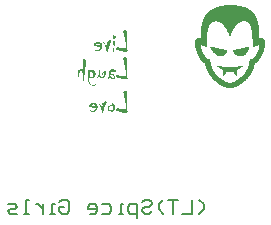
<source format=gbr>
G04*
G04 #@! TF.GenerationSoftware,Altium Limited,Altium Designer,25.8.1 (18)*
G04*
G04 Layer_Color=32896*
%FSLAX42Y42*%
%MOMM*%
G71*
G04*
G04 #@! TF.SameCoordinates,2F32B27C-ED81-4B25-BD7C-17359FCC7723*
G04*
G04*
G04 #@! TF.FilePolarity,Positive*
G04*
G01*
G75*
%ADD10C,0.20*%
G36*
X7326Y11502D02*
X7355D01*
Y11501D01*
X7371D01*
Y11499D01*
X7382D01*
Y11498D01*
X7397D01*
Y11496D01*
X7403D01*
Y11495D01*
X7408D01*
Y11494D01*
X7414D01*
Y11492D01*
X7419D01*
Y11491D01*
X7425D01*
Y11490D01*
X7429D01*
Y11488D01*
X7435D01*
Y11487D01*
X7439D01*
Y11485D01*
X7443D01*
Y11484D01*
X7447D01*
Y11483D01*
X7450D01*
Y11481D01*
X7453D01*
Y11480D01*
X7455D01*
Y11478D01*
X7458D01*
Y11477D01*
X7461D01*
Y11476D01*
X7465D01*
Y11474D01*
X7468D01*
Y11473D01*
X7469D01*
Y11471D01*
X7472D01*
Y11470D01*
X7475D01*
Y11469D01*
X7478D01*
Y11467D01*
X7479D01*
Y11466D01*
X7482D01*
Y11465D01*
X7483D01*
Y11463D01*
X7486D01*
Y11462D01*
X7487D01*
Y11460D01*
X7489D01*
Y11459D01*
X7490D01*
Y11458D01*
X7493D01*
Y11456D01*
X7494D01*
Y11455D01*
X7496D01*
Y11453D01*
X7497D01*
Y11452D01*
X7500D01*
Y11451D01*
X7501D01*
Y11449D01*
X7503D01*
Y11448D01*
X7504D01*
Y11446D01*
X7506D01*
Y11445D01*
X7507D01*
Y11444D01*
X7508D01*
Y11442D01*
X7510D01*
Y11441D01*
X7511D01*
Y11440D01*
X7512D01*
Y11437D01*
X7514D01*
Y11435D01*
X7515D01*
Y11434D01*
X7517D01*
Y11433D01*
X7518D01*
Y11430D01*
X7519D01*
Y11428D01*
X7521D01*
Y11427D01*
X7522D01*
Y11424D01*
X7524D01*
Y11421D01*
X7525D01*
Y11420D01*
X7526D01*
Y11419D01*
X7528D01*
Y11416D01*
X7529D01*
Y11415D01*
X7531D01*
Y11412D01*
X7532D01*
Y11409D01*
X7533D01*
Y11406D01*
X7535D01*
Y11403D01*
X7536D01*
Y11401D01*
X7537D01*
Y11398D01*
X7539D01*
Y11395D01*
X7540D01*
Y11392D01*
X7542D01*
Y11388D01*
X7543D01*
Y11385D01*
X7544D01*
Y11380D01*
X7546D01*
Y11376D01*
X7547D01*
Y11371D01*
X7549D01*
Y11367D01*
X7550D01*
Y11363D01*
X7551D01*
Y11358D01*
X7553D01*
Y11353D01*
X7554D01*
Y11346D01*
X7556D01*
Y11334D01*
X7557D01*
Y11326D01*
X7558D01*
Y11313D01*
X7560D01*
Y11301D01*
X7561D01*
Y11267D01*
X7562D01*
Y11263D01*
X7561D01*
Y11241D01*
X7560D01*
Y11233D01*
X7558D01*
Y11226D01*
X7561D01*
Y11227D01*
X7565D01*
Y11228D01*
X7585D01*
Y11227D01*
X7587D01*
Y11226D01*
X7590D01*
Y11224D01*
X7593D01*
Y11223D01*
X7596D01*
Y11221D01*
X7597D01*
Y11220D01*
X7599D01*
Y11217D01*
X7600D01*
Y11216D01*
X7601D01*
Y11214D01*
X7603D01*
Y11213D01*
X7604D01*
Y11212D01*
X7606D01*
Y11209D01*
X7607D01*
Y11206D01*
X7608D01*
Y11202D01*
X7610D01*
Y11194D01*
X7611D01*
Y11160D01*
X7610D01*
Y11146D01*
X7608D01*
Y11138D01*
X7607D01*
Y11133D01*
X7606D01*
Y11127D01*
X7604D01*
Y11121D01*
X7603D01*
Y11117D01*
X7601D01*
Y11113D01*
X7600D01*
Y11109D01*
X7599D01*
Y11102D01*
X7597D01*
Y11098D01*
X7596D01*
Y11095D01*
X7594D01*
Y11092D01*
X7593D01*
Y11089D01*
X7592D01*
Y11087D01*
X7590D01*
Y11084D01*
X7589D01*
Y11081D01*
X7587D01*
Y11077D01*
X7586D01*
Y11074D01*
X7585D01*
Y11071D01*
X7583D01*
Y11070D01*
X7582D01*
Y11067D01*
X7581D01*
Y11064D01*
X7579D01*
Y11063D01*
X7578D01*
Y11060D01*
X7576D01*
Y11058D01*
X7575D01*
Y11055D01*
X7574D01*
Y11053D01*
X7572D01*
Y11052D01*
X7571D01*
Y11049D01*
X7569D01*
Y11048D01*
X7568D01*
Y11045D01*
X7567D01*
Y11044D01*
X7565D01*
Y11041D01*
X7564D01*
Y11039D01*
X7562D01*
Y11038D01*
X7561D01*
Y11037D01*
X7560D01*
Y11035D01*
X7558D01*
Y11034D01*
X7557D01*
Y11031D01*
X7556D01*
Y11030D01*
X7554D01*
Y11028D01*
X7553D01*
Y11027D01*
X7551D01*
Y11026D01*
X7550D01*
Y11024D01*
X7549D01*
Y11023D01*
X7547D01*
Y11021D01*
X7546D01*
Y11020D01*
X7544D01*
Y11019D01*
X7542D01*
Y11017D01*
X7540D01*
Y11016D01*
X7537D01*
Y11014D01*
X7536D01*
Y11013D01*
X7535D01*
Y11012D01*
X7532D01*
Y11010D01*
X7531D01*
Y11009D01*
X7528D01*
Y11008D01*
X7525D01*
Y11003D01*
X7524D01*
Y10994D01*
X7522D01*
Y10987D01*
X7521D01*
Y10983D01*
X7519D01*
Y10977D01*
X7518D01*
Y10973D01*
X7517D01*
Y10970D01*
X7515D01*
Y10966D01*
X7514D01*
Y10963D01*
X7512D01*
Y10958D01*
X7511D01*
Y10953D01*
X7510D01*
Y10951D01*
X7508D01*
Y10948D01*
X7507D01*
Y10946D01*
X7506D01*
Y10944D01*
X7504D01*
Y10941D01*
X7503D01*
Y10938D01*
X7501D01*
Y10934D01*
X7500D01*
Y10931D01*
X7499D01*
Y10928D01*
X7497D01*
Y10927D01*
X7496D01*
Y10926D01*
X7494D01*
Y10923D01*
X7493D01*
Y10920D01*
X7492D01*
Y10919D01*
X7490D01*
Y10914D01*
X7489D01*
Y10913D01*
X7487D01*
Y10912D01*
X7486D01*
Y10909D01*
X7485D01*
Y10908D01*
X7483D01*
Y10906D01*
X7482D01*
Y10903D01*
X7480D01*
Y10902D01*
X7479D01*
Y10899D01*
X7478D01*
Y10898D01*
X7476D01*
Y10896D01*
X7475D01*
Y10895D01*
X7474D01*
Y10892D01*
X7472D01*
Y10891D01*
X7471D01*
Y10889D01*
X7469D01*
Y10888D01*
X7468D01*
Y10887D01*
X7467D01*
Y10884D01*
X7465D01*
Y10883D01*
X7464D01*
Y10881D01*
X7462D01*
Y10880D01*
X7461D01*
Y10878D01*
X7460D01*
Y10877D01*
X7458D01*
Y10876D01*
X7457D01*
Y10874D01*
X7455D01*
Y10873D01*
X7454D01*
Y10871D01*
X7453D01*
Y10870D01*
X7451D01*
Y10869D01*
X7450D01*
Y10867D01*
X7449D01*
Y10866D01*
X7447D01*
Y10864D01*
X7446D01*
Y10863D01*
X7444D01*
Y10862D01*
X7443D01*
Y10860D01*
X7442D01*
Y10859D01*
X7439D01*
Y10858D01*
X7437D01*
Y10856D01*
X7436D01*
Y10855D01*
X7435D01*
Y10853D01*
X7433D01*
Y10852D01*
X7432D01*
Y10851D01*
X7429D01*
Y10849D01*
X7428D01*
Y10848D01*
X7426D01*
Y10846D01*
X7425D01*
Y10845D01*
X7422D01*
Y10844D01*
X7421D01*
Y10842D01*
X7418D01*
Y10841D01*
X7417D01*
Y10839D01*
X7415D01*
Y10838D01*
X7412D01*
Y10837D01*
X7411D01*
Y10835D01*
X7408D01*
Y10834D01*
X7407D01*
Y10833D01*
X7404D01*
Y10831D01*
X7403D01*
Y10830D01*
X7400D01*
Y10828D01*
X7399D01*
Y10827D01*
X7396D01*
Y10826D01*
X7394D01*
Y10824D01*
X7390D01*
Y10823D01*
X7389D01*
Y10821D01*
X7386D01*
Y10820D01*
X7383D01*
Y10819D01*
X7380D01*
Y10817D01*
X7379D01*
Y10816D01*
X7376D01*
Y10814D01*
X7372D01*
Y10813D01*
X7368D01*
Y10812D01*
X7365D01*
Y10810D01*
X7362D01*
Y10809D01*
X7360D01*
Y10808D01*
X7355D01*
Y10806D01*
X7351D01*
Y10805D01*
X7347D01*
Y10803D01*
X7339D01*
Y10802D01*
X7333D01*
Y10801D01*
X7324D01*
Y10799D01*
X7307D01*
Y10801D01*
X7297D01*
Y10802D01*
X7292D01*
Y10803D01*
X7283D01*
Y10805D01*
X7279D01*
Y10806D01*
X7275D01*
Y10808D01*
X7271D01*
Y10809D01*
X7268D01*
Y10810D01*
X7265D01*
Y10812D01*
X7262D01*
Y10813D01*
X7258D01*
Y10814D01*
X7254D01*
Y10816D01*
X7251D01*
Y10817D01*
X7250D01*
Y10819D01*
X7247D01*
Y10820D01*
X7244D01*
Y10821D01*
X7242D01*
Y10823D01*
X7240D01*
Y10824D01*
X7236D01*
Y10826D01*
X7235D01*
Y10827D01*
X7232D01*
Y10828D01*
X7230D01*
Y10830D01*
X7228D01*
Y10831D01*
X7226D01*
Y10833D01*
X7224D01*
Y10834D01*
X7222D01*
Y10835D01*
X7219D01*
Y10837D01*
X7218D01*
Y10838D01*
X7215D01*
Y10839D01*
X7214D01*
Y10841D01*
X7212D01*
Y10842D01*
X7210D01*
Y10844D01*
X7208D01*
Y10845D01*
X7205D01*
Y10846D01*
X7204D01*
Y10848D01*
X7203D01*
Y10849D01*
X7201D01*
Y10851D01*
X7199D01*
Y10852D01*
X7197D01*
Y10853D01*
X7196D01*
Y10855D01*
X7194D01*
Y10856D01*
X7193D01*
Y10858D01*
X7192D01*
Y10859D01*
X7189D01*
Y10860D01*
X7187D01*
Y10862D01*
X7186D01*
Y10863D01*
X7185D01*
Y10864D01*
X7183D01*
Y10866D01*
X7182D01*
Y10867D01*
X7180D01*
Y10869D01*
X7179D01*
Y10870D01*
X7178D01*
Y10871D01*
X7176D01*
Y10873D01*
X7175D01*
Y10874D01*
X7174D01*
Y10876D01*
X7172D01*
Y10877D01*
X7171D01*
Y10878D01*
X7169D01*
Y10880D01*
X7168D01*
Y10881D01*
X7167D01*
Y10883D01*
X7165D01*
Y10884D01*
X7164D01*
Y10887D01*
X7162D01*
Y10888D01*
X7161D01*
Y10889D01*
X7160D01*
Y10891D01*
X7158D01*
Y10892D01*
X7157D01*
Y10895D01*
X7155D01*
Y10896D01*
X7154D01*
Y10898D01*
X7153D01*
Y10899D01*
X7151D01*
Y10902D01*
X7150D01*
Y10903D01*
X7149D01*
Y10906D01*
X7147D01*
Y10908D01*
X7146D01*
Y10909D01*
X7144D01*
Y10912D01*
X7143D01*
Y10913D01*
X7142D01*
Y10914D01*
X7140D01*
Y10919D01*
X7139D01*
Y10920D01*
X7137D01*
Y10923D01*
X7136D01*
Y10926D01*
X7135D01*
Y10927D01*
X7133D01*
Y10928D01*
X7132D01*
Y10931D01*
X7130D01*
Y10934D01*
X7129D01*
Y10938D01*
X7128D01*
Y10941D01*
X7126D01*
Y10944D01*
X7125D01*
Y10946D01*
X7124D01*
Y10948D01*
X7122D01*
Y10951D01*
X7121D01*
Y10953D01*
X7119D01*
Y10958D01*
X7118D01*
Y10963D01*
X7117D01*
Y10966D01*
X7115D01*
Y10970D01*
X7114D01*
Y10973D01*
X7112D01*
Y10977D01*
X7111D01*
Y10983D01*
X7110D01*
Y10987D01*
X7108D01*
Y10994D01*
X7107D01*
Y11003D01*
X7105D01*
Y11009D01*
X7100D01*
Y11010D01*
X7099D01*
Y11012D01*
X7097D01*
Y11013D01*
X7094D01*
Y11014D01*
X7093D01*
Y11016D01*
X7092D01*
Y11017D01*
X7089D01*
Y11019D01*
X7087D01*
Y11020D01*
X7086D01*
Y11021D01*
X7085D01*
Y11023D01*
X7083D01*
Y11024D01*
X7082D01*
Y11026D01*
X7080D01*
Y11027D01*
X7079D01*
Y11028D01*
X7078D01*
Y11030D01*
X7076D01*
Y11031D01*
X7075D01*
Y11033D01*
X7074D01*
Y11034D01*
X7072D01*
Y11037D01*
X7071D01*
Y11038D01*
X7069D01*
Y11039D01*
X7068D01*
Y11041D01*
X7067D01*
Y11042D01*
X7065D01*
Y11045D01*
X7064D01*
Y11046D01*
X7062D01*
Y11049D01*
X7061D01*
Y11051D01*
X7060D01*
Y11053D01*
X7058D01*
Y11055D01*
X7057D01*
Y11056D01*
X7055D01*
Y11059D01*
X7054D01*
Y11062D01*
X7053D01*
Y11064D01*
X7051D01*
Y11067D01*
X7050D01*
Y11070D01*
X7049D01*
Y11071D01*
X7047D01*
Y11074D01*
X7046D01*
Y11077D01*
X7044D01*
Y11078D01*
X7043D01*
Y11084D01*
X7042D01*
Y11087D01*
X7040D01*
Y11089D01*
X7039D01*
Y11092D01*
X7037D01*
Y11095D01*
X7036D01*
Y11098D01*
X7035D01*
Y11102D01*
X7033D01*
Y11105D01*
X7032D01*
Y11113D01*
X7030D01*
Y11117D01*
X7029D01*
Y11121D01*
X7028D01*
Y11127D01*
X7026D01*
Y11131D01*
X7025D01*
Y11137D01*
X7023D01*
Y11142D01*
X7022D01*
Y11152D01*
X7021D01*
Y11167D01*
X7019D01*
Y11192D01*
X7021D01*
Y11202D01*
X7022D01*
Y11206D01*
X7023D01*
Y11209D01*
X7025D01*
Y11212D01*
X7026D01*
Y11213D01*
X7028D01*
Y11214D01*
X7029D01*
Y11216D01*
X7030D01*
Y11217D01*
X7032D01*
Y11220D01*
X7033D01*
Y11221D01*
X7035D01*
Y11223D01*
X7037D01*
Y11224D01*
X7040D01*
Y11226D01*
X7043D01*
Y11227D01*
X7046D01*
Y11228D01*
X7065D01*
Y11227D01*
X7069D01*
Y11226D01*
X7072D01*
Y11231D01*
X7071D01*
Y11245D01*
X7069D01*
Y11287D01*
X7071D01*
Y11302D01*
X7072D01*
Y11315D01*
X7074D01*
Y11323D01*
X7075D01*
Y11335D01*
X7076D01*
Y11341D01*
X7078D01*
Y11346D01*
X7079D01*
Y11351D01*
X7080D01*
Y11355D01*
X7082D01*
Y11359D01*
X7083D01*
Y11363D01*
X7085D01*
Y11367D01*
X7086D01*
Y11373D01*
X7087D01*
Y11376D01*
X7089D01*
Y11380D01*
X7090D01*
Y11383D01*
X7092D01*
Y11385D01*
X7093D01*
Y11388D01*
X7094D01*
Y11391D01*
X7096D01*
Y11394D01*
X7097D01*
Y11398D01*
X7099D01*
Y11401D01*
X7100D01*
Y11402D01*
X7101D01*
Y11405D01*
X7103D01*
Y11406D01*
X7104D01*
Y11409D01*
X7105D01*
Y11410D01*
X7107D01*
Y11413D01*
X7108D01*
Y11416D01*
X7110D01*
Y11417D01*
X7111D01*
Y11420D01*
X7112D01*
Y11421D01*
X7114D01*
Y11423D01*
X7115D01*
Y11424D01*
X7117D01*
Y11427D01*
X7118D01*
Y11428D01*
X7119D01*
Y11430D01*
X7121D01*
Y11431D01*
X7122D01*
Y11433D01*
X7124D01*
Y11434D01*
X7125D01*
Y11435D01*
X7126D01*
Y11437D01*
X7128D01*
Y11440D01*
X7129D01*
Y11441D01*
X7130D01*
Y11442D01*
X7132D01*
Y11444D01*
X7135D01*
Y11445D01*
X7136D01*
Y11446D01*
X7137D01*
Y11448D01*
X7139D01*
Y11449D01*
X7140D01*
Y11451D01*
X7142D01*
Y11452D01*
X7143D01*
Y11453D01*
X7146D01*
Y11455D01*
X7147D01*
Y11456D01*
X7149D01*
Y11458D01*
X7151D01*
Y11459D01*
X7153D01*
Y11460D01*
X7154D01*
Y11462D01*
X7155D01*
Y11463D01*
X7158D01*
Y11465D01*
X7160D01*
Y11466D01*
X7162D01*
Y11467D01*
X7165D01*
Y11469D01*
X7168D01*
Y11470D01*
X7171D01*
Y11471D01*
X7172D01*
Y11473D01*
X7175D01*
Y11474D01*
X7176D01*
Y11476D01*
X7180D01*
Y11477D01*
X7183D01*
Y11478D01*
X7187D01*
Y11480D01*
X7190D01*
Y11481D01*
X7194D01*
Y11483D01*
X7197D01*
Y11484D01*
X7200D01*
Y11485D01*
X7203D01*
Y11487D01*
X7207D01*
Y11488D01*
X7214D01*
Y11490D01*
X7218D01*
Y11491D01*
X7224D01*
Y11492D01*
X7228D01*
Y11494D01*
X7232D01*
Y11495D01*
X7239D01*
Y11496D01*
X7246D01*
Y11498D01*
X7257D01*
Y11499D01*
X7269D01*
Y11501D01*
X7282D01*
Y11502D01*
X7308D01*
Y11503D01*
X7326D01*
Y11502D01*
D02*
G37*
G36*
X6452Y10693D02*
X6450Y10692D01*
X6448Y10693D01*
X6448Y10694D01*
X6450Y10696D01*
X6452Y10693D01*
D02*
G37*
G36*
X6308Y10660D02*
X6307Y10658D01*
X6305Y10659D01*
X6306Y10661D01*
X6308Y10661D01*
X6308Y10660D01*
D02*
G37*
G36*
X6376Y10659D02*
X6374Y10656D01*
X6373Y10656D01*
X6372Y10657D01*
Y10660D01*
X6374Y10661D01*
X6376Y10659D01*
D02*
G37*
G36*
X6269Y10687D02*
X6271Y10684D01*
Y10680D01*
Y10678D01*
X6269Y10675D01*
X6267Y10672D01*
X6266Y10668D01*
X6264Y10665D01*
X6262Y10662D01*
X6260Y10660D01*
X6259Y10651D01*
X6257Y10646D01*
X6252Y10630D01*
X6250Y10625D01*
X6248Y10621D01*
X6247Y10617D01*
X6245Y10613D01*
X6244Y10610D01*
X6242Y10606D01*
Y10602D01*
X6241Y10598D01*
X6240Y10595D01*
X6238Y10593D01*
X6235Y10593D01*
X6233Y10593D01*
X6231Y10595D01*
X6229Y10597D01*
X6229Y10600D01*
Y10602D01*
X6230Y10604D01*
X6229Y10607D01*
X6228Y10611D01*
X6227Y10616D01*
X6226Y10621D01*
X6225Y10625D01*
X6223Y10630D01*
X6222Y10634D01*
X6221Y10637D01*
X6219Y10641D01*
X6217Y10646D01*
X6216Y10650D01*
X6215Y10652D01*
Y10653D01*
X6212Y10656D01*
X6210Y10660D01*
X6209Y10663D01*
X6206Y10666D01*
X6205Y10667D01*
X6203Y10671D01*
Y10672D01*
X6205Y10674D01*
X6206D01*
X6207Y10673D01*
X6209Y10671D01*
X6211Y10667D01*
X6213Y10665D01*
X6216Y10663D01*
X6217Y10660D01*
X6220Y10657D01*
X6221Y10653D01*
X6223Y10650D01*
Y10647D01*
X6225Y10643D01*
X6228Y10637D01*
X6229Y10636D01*
X6231Y10629D01*
X6233Y10626D01*
X6234Y10625D01*
X6235Y10627D01*
Y10629D01*
X6234Y10632D01*
X6234Y10635D01*
X6235Y10639D01*
X6235Y10643D01*
X6236Y10647D01*
X6237Y10651D01*
Y10654D01*
X6237Y10658D01*
X6237Y10661D01*
X6235Y10663D01*
X6235Y10665D01*
X6236Y10668D01*
X6236Y10672D01*
X6238Y10675D01*
X6243Y10677D01*
X6246Y10680D01*
X6248Y10684D01*
X6252Y10686D01*
X6256Y10688D01*
X6260Y10688D01*
X6265Y10689D01*
X6269Y10687D01*
D02*
G37*
G36*
X6429Y10779D02*
X6432Y10778D01*
X6435Y10777D01*
X6437Y10775D01*
X6440Y10772D01*
Y10770D01*
Y10766D01*
Y10763D01*
X6441Y10759D01*
Y10756D01*
X6442Y10754D01*
X6442Y10751D01*
X6440Y10749D01*
X6441Y10747D01*
Y10744D01*
X6441Y10740D01*
X6440Y10736D01*
Y10732D01*
X6440Y10728D01*
X6439Y10725D01*
X6440Y10722D01*
Y10720D01*
X6440Y10716D01*
X6440Y10714D01*
X6440Y10711D01*
X6440Y10707D01*
X6441Y10703D01*
Y10699D01*
X6441Y10695D01*
X6441Y10691D01*
X6440Y10688D01*
X6441Y10685D01*
X6441Y10679D01*
X6442Y10675D01*
Y10669D01*
X6442Y10665D01*
Y10655D01*
X6442Y10652D01*
X6442Y10648D01*
X6443Y10644D01*
X6444Y10639D01*
X6444Y10635D01*
X6444Y10631D01*
X6444Y10626D01*
X6445Y10622D01*
Y10618D01*
X6446Y10614D01*
X6447Y10612D01*
X6446Y10609D01*
X6448Y10606D01*
X6448Y10603D01*
Y10600D01*
X6448Y10597D01*
X6447Y10595D01*
X6444Y10594D01*
X6440Y10595D01*
X6436Y10593D01*
X6432Y10593D01*
X6428Y10592D01*
X6423D01*
X6418Y10592D01*
X6411D01*
X6407Y10594D01*
X6402Y10597D01*
X6397Y10599D01*
X6394Y10601D01*
X6389Y10602D01*
X6386D01*
X6379Y10603D01*
X6374Y10603D01*
X6370D01*
X6366Y10604D01*
X6363Y10605D01*
X6359D01*
X6356Y10607D01*
X6355Y10609D01*
X6354Y10612D01*
X6353Y10616D01*
Y10619D01*
X6354Y10623D01*
X6354Y10625D01*
X6357Y10628D01*
X6359Y10631D01*
X6361Y10633D01*
X6365Y10633D01*
X6368Y10632D01*
X6372Y10630D01*
X6372Y10628D01*
X6376Y10626D01*
X6380Y10624D01*
X6385Y10623D01*
X6390Y10622D01*
X6395Y10623D01*
X6399Y10623D01*
X6401Y10622D01*
X6406Y10620D01*
X6410Y10620D01*
X6412Y10619D01*
X6417D01*
X6420Y10620D01*
X6423D01*
X6428Y10620D01*
X6432Y10619D01*
X6435Y10618D01*
X6438Y10619D01*
X6438Y10620D01*
Y10623D01*
X6438Y10626D01*
Y10628D01*
X6437Y10631D01*
X6436Y10635D01*
X6436Y10640D01*
X6436Y10643D01*
X6435Y10648D01*
X6434Y10651D01*
X6434Y10655D01*
X6433Y10658D01*
Y10662D01*
X6432Y10665D01*
X6432Y10668D01*
Y10672D01*
X6430Y10677D01*
X6430Y10681D01*
X6429Y10685D01*
Y10689D01*
X6427Y10698D01*
X6427Y10702D01*
X6427Y10705D01*
X6425Y10708D01*
X6424Y10710D01*
X6423Y10714D01*
Y10717D01*
X6422Y10725D01*
X6421Y10729D01*
Y10733D01*
X6420Y10737D01*
X6419Y10740D01*
X6418Y10744D01*
X6417Y10747D01*
X6416Y10752D01*
X6414Y10755D01*
X6411Y10758D01*
X6411Y10760D01*
X6410Y10764D01*
X6410Y10766D01*
X6411Y10770D01*
X6414Y10774D01*
X6417Y10776D01*
X6420Y10778D01*
X6423Y10779D01*
X6426D01*
X6429Y10779D01*
D02*
G37*
G36*
X6327Y10671D02*
X6330Y10670D01*
X6333Y10667D01*
X6336Y10665D01*
X6337Y10662D01*
X6339Y10660D01*
X6342Y10652D01*
X6344Y10647D01*
Y10642D01*
X6345Y10637D01*
X6345Y10633D01*
X6345Y10629D01*
X6345Y10625D01*
X6343Y10621D01*
X6341Y10618D01*
X6339Y10614D01*
X6336Y10613D01*
X6333Y10609D01*
X6330Y10606D01*
X6327Y10605D01*
X6323Y10603D01*
X6319Y10602D01*
X6314Y10602D01*
X6309Y10602D01*
X6304Y10603D01*
X6299Y10603D01*
X6295Y10605D01*
X6291Y10607D01*
X6289Y10610D01*
X6286Y10612D01*
X6284Y10616D01*
X6283Y10619D01*
X6281Y10622D01*
X6280Y10626D01*
X6279Y10631D01*
X6280Y10635D01*
X6281Y10638D01*
X6283Y10641D01*
X6286Y10645D01*
X6288Y10648D01*
X6290Y10650D01*
X6294Y10653D01*
X6296Y10654D01*
X6300Y10655D01*
X6302Y10657D01*
X6304D01*
X6305Y10655D01*
X6305Y10653D01*
X6303Y10651D01*
X6301Y10649D01*
X6298Y10647D01*
X6295Y10644D01*
X6293Y10641D01*
X6291Y10637D01*
X6289Y10634D01*
Y10629D01*
X6290Y10625D01*
X6292Y10621D01*
X6295Y10618D01*
X6299Y10615D01*
X6304Y10614D01*
X6308D01*
X6309Y10614D01*
X6313Y10615D01*
X6316Y10616D01*
X6319Y10618D01*
X6322Y10620D01*
X6324Y10623D01*
X6326Y10626D01*
X6326Y10630D01*
Y10634D01*
Y10639D01*
X6325Y10642D01*
X6323Y10647D01*
X6321Y10649D01*
X6321Y10652D01*
X6319Y10656D01*
X6317Y10659D01*
X6315Y10661D01*
X6314Y10665D01*
X6315Y10668D01*
X6317Y10670D01*
X6319Y10672D01*
X6322Y10673D01*
X6327Y10671D01*
D02*
G37*
G36*
X6136Y10610D02*
X6135Y10609D01*
X6133Y10610D01*
X6134Y10612D01*
X6136D01*
X6136Y10610D01*
D02*
G37*
G36*
X6174Y10674D02*
X6178Y10672D01*
X6182Y10669D01*
X6185Y10665D01*
X6187Y10664D01*
X6189Y10662D01*
X6190Y10661D01*
X6191Y10658D01*
X6193Y10655D01*
X6194Y10651D01*
X6195Y10646D01*
X6195Y10641D01*
X6195Y10637D01*
X6193Y10631D01*
X6190Y10625D01*
X6187Y10617D01*
X6185Y10616D01*
X6183Y10613D01*
X6181Y10610D01*
X6177Y10608D01*
X6172Y10604D01*
X6167Y10600D01*
X6162Y10598D01*
X6156Y10597D01*
X6151D01*
X6147Y10597D01*
X6143Y10599D01*
X6139Y10601D01*
X6135Y10603D01*
X6132Y10605D01*
X6131Y10606D01*
Y10607D01*
X6134D01*
X6137Y10606D01*
X6141Y10605D01*
X6144Y10604D01*
X6148Y10603D01*
X6153D01*
X6156Y10605D01*
X6159Y10606D01*
X6165Y10609D01*
X6167Y10612D01*
X6173Y10618D01*
X6176Y10621D01*
X6177Y10624D01*
X6178Y10630D01*
X6176Y10633D01*
X6174Y10634D01*
X6170Y10634D01*
X6166Y10633D01*
X6160Y10634D01*
X6156Y10635D01*
X6152Y10636D01*
X6148Y10638D01*
X6142Y10639D01*
X6136Y10640D01*
X6131Y10641D01*
X6127Y10643D01*
X6123Y10645D01*
X6120Y10649D01*
Y10653D01*
X6122Y10657D01*
X6124Y10660D01*
X6128Y10663D01*
X6132Y10665D01*
X6146Y10673D01*
X6152Y10675D01*
X6159Y10675D01*
X6170D01*
X6174Y10674D01*
D02*
G37*
G36*
X6452Y10976D02*
X6450Y10974D01*
X6448Y10975D01*
X6448Y10977D01*
X6450Y10978D01*
X6452Y10976D01*
D02*
G37*
G36*
X6158Y10958D02*
X6160Y10955D01*
X6162Y10953D01*
X6166Y10951D01*
X6166Y10946D01*
X6169Y10942D01*
X6174Y10939D01*
X6175Y10934D01*
X6177Y10928D01*
Y10920D01*
Y10918D01*
X6175Y10913D01*
X6174Y10910D01*
X6175Y10905D01*
X6172Y10901D01*
X6170Y10897D01*
X6166Y10895D01*
X6162Y10892D01*
X6156Y10888D01*
X6150Y10887D01*
X6144Y10886D01*
X6137Y10887D01*
X6131Y10889D01*
X6125Y10892D01*
X6126Y10885D01*
X6125Y10882D01*
X6125Y10877D01*
Y10873D01*
X6125Y10866D01*
X6126Y10858D01*
X6127Y10853D01*
X6130Y10847D01*
X6132Y10842D01*
X6135Y10837D01*
X6137Y10833D01*
X6142Y10830D01*
X6146Y10827D01*
X6151Y10826D01*
X6158Y10825D01*
X6164Y10827D01*
X6168Y10828D01*
X6172Y10830D01*
X6175Y10832D01*
X6178Y10835D01*
X6179Y10837D01*
X6181Y10838D01*
X6183Y10838D01*
Y10835D01*
X6182Y10831D01*
X6180Y10828D01*
X6176Y10825D01*
X6172Y10824D01*
X6167Y10822D01*
X6162Y10821D01*
X6155Y10820D01*
X6148Y10821D01*
X6143Y10823D01*
X6137Y10825D01*
X6134Y10828D01*
X6128Y10833D01*
X6125Y10838D01*
X6122Y10845D01*
X6120Y10851D01*
X6118Y10855D01*
X6117Y10860D01*
X6117Y10867D01*
X6116Y10873D01*
X6115Y10879D01*
X6116Y10884D01*
X6115Y10887D01*
X6115Y10893D01*
X6115Y10899D01*
X6115Y10906D01*
X6115Y10913D01*
X6116Y10920D01*
Y10928D01*
X6117Y10934D01*
Y10940D01*
X6117Y10945D01*
X6116Y10949D01*
X6115Y10951D01*
X6113Y10953D01*
X6114Y10955D01*
X6116Y10957D01*
X6119Y10958D01*
X6122Y10958D01*
X6123Y10955D01*
X6126Y10953D01*
X6128D01*
X6131Y10955D01*
X6133Y10956D01*
X6137Y10958D01*
X6141Y10958D01*
X6148Y10959D01*
X6158Y10958D01*
D02*
G37*
G36*
X6090Y11045D02*
X6092Y11042D01*
X6093Y11039D01*
X6095Y11040D01*
X6096Y11037D01*
X6099Y11033D01*
Y11029D01*
X6098Y11024D01*
X6097Y11019D01*
X6097Y11017D01*
X6096Y11014D01*
X6095Y11009D01*
X6093Y11005D01*
X6093Y11001D01*
X6094Y10998D01*
X6093Y10996D01*
X6093Y10989D01*
Y10984D01*
X6092Y10979D01*
X6091Y10973D01*
X6089Y10969D01*
X6090Y10961D01*
X6089Y10952D01*
X6088Y10949D01*
X6088Y10944D01*
X6088Y10939D01*
X6087Y10934D01*
X6086Y10930D01*
Y10925D01*
X6085Y10922D01*
X6083Y10911D01*
X6082Y10909D01*
Y10903D01*
X6081Y10897D01*
X6081Y10892D01*
X6079Y10888D01*
X6080Y10884D01*
X6079Y10880D01*
X6078Y10871D01*
X6077Y10868D01*
X6078Y10864D01*
X6077Y10861D01*
X6075Y10860D01*
X6072Y10860D01*
X6070Y10863D01*
X6069Y10866D01*
X6069Y10870D01*
Y10873D01*
X6069Y10877D01*
X6070Y10881D01*
X6071Y10891D01*
Y10906D01*
X6071Y10910D01*
Y10914D01*
X6070Y10919D01*
X6070Y10923D01*
X6068Y10926D01*
X6068Y10930D01*
X6065Y10937D01*
X6062Y10942D01*
X6059Y10944D01*
X6053Y10945D01*
X6049D01*
X6048Y10943D01*
X6044Y10940D01*
X6043Y10936D01*
X6041Y10932D01*
X6039Y10930D01*
X6037Y10927D01*
X6036Y10924D01*
Y10920D01*
X6035Y10917D01*
X6035Y10914D01*
X6035Y10911D01*
X6032Y10907D01*
X6033Y10903D01*
X6031Y10893D01*
X6031Y10887D01*
X6030Y10880D01*
X6030Y10878D01*
Y10876D01*
X6034Y10873D01*
X6031Y10871D01*
X6029D01*
X6028Y10872D01*
X6026Y10875D01*
X6025Y10879D01*
X6026Y10883D01*
X6026Y10887D01*
X6027Y10893D01*
X6026Y10901D01*
Y10906D01*
X6027Y10911D01*
Y10916D01*
X6027Y10922D01*
X6028Y10929D01*
Y10934D01*
X6029Y10939D01*
X6030Y10947D01*
X6032Y10950D01*
X6036Y10955D01*
X6042Y10959D01*
X6046Y10961D01*
X6052Y10961D01*
X6059Y10962D01*
X6067Y10959D01*
X6070Y10955D01*
X6073Y10952D01*
Y10965D01*
Y10971D01*
Y10977D01*
Y10984D01*
X6073Y10990D01*
X6075Y10994D01*
X6073Y11001D01*
Y11008D01*
X6073Y11013D01*
X6072Y11018D01*
X6071Y11023D01*
X6069Y11027D01*
X6068Y11030D01*
X6069Y11035D01*
X6070Y11039D01*
X6073Y11043D01*
X6077Y11046D01*
X6081Y11046D01*
X6086Y11047D01*
X6090Y11045D01*
D02*
G37*
G36*
X6376Y10941D02*
X6374Y10939D01*
X6373Y10938D01*
X6372Y10940D01*
Y10942D01*
X6374Y10943D01*
X6376Y10941D01*
D02*
G37*
G36*
X6325Y10964D02*
X6332Y10963D01*
X6336Y10961D01*
X6340Y10958D01*
X6344Y10956D01*
X6347Y10953D01*
X6350Y10949D01*
X6353Y10946D01*
X6353Y10943D01*
Y10940D01*
X6351Y10938D01*
X6348Y10936D01*
X6344D01*
X6339Y10937D01*
X6336D01*
X6332Y10938D01*
X6329Y10939D01*
X6326Y10941D01*
X6323D01*
X6322Y10941D01*
X6318Y10941D01*
X6313Y10939D01*
X6308Y10935D01*
X6305Y10931D01*
X6303Y10928D01*
X6304Y10925D01*
X6306Y10925D01*
X6309Y10923D01*
X6314Y10921D01*
X6318Y10918D01*
X6322Y10918D01*
X6326Y10917D01*
X6331Y10916D01*
X6334Y10914D01*
X6337Y10911D01*
X6339Y10907D01*
X6342Y10903D01*
X6342Y10899D01*
Y10895D01*
Y10890D01*
X6341Y10886D01*
X6338Y10883D01*
X6334Y10881D01*
X6330Y10879D01*
X6326Y10879D01*
X6323Y10878D01*
X6321Y10879D01*
X6318Y10880D01*
X6314Y10881D01*
X6309Y10883D01*
X6305Y10885D01*
X6303Y10887D01*
X6299Y10889D01*
X6297Y10892D01*
X6295Y10893D01*
X6293Y10894D01*
X6292Y10893D01*
X6291Y10890D01*
X6289Y10887D01*
X6289Y10883D01*
X6287Y10881D01*
X6285D01*
X6283Y10883D01*
X6283Y10885D01*
X6283Y10889D01*
X6284Y10893D01*
X6285Y10897D01*
X6287Y10901D01*
X6289Y10911D01*
X6290Y10917D01*
X6291Y10923D01*
Y10928D01*
Y10932D01*
X6293Y10936D01*
X6294Y10942D01*
X6296Y10947D01*
X6297Y10951D01*
X6300Y10955D01*
X6302Y10958D01*
X6306Y10960D01*
X6310Y10962D01*
X6314Y10964D01*
X6318Y10965D01*
X6325Y10964D01*
D02*
G37*
G36*
X6242Y10926D02*
X6241Y10924D01*
X6241Y10919D01*
X6239Y10915D01*
X6236Y10912D01*
X6232Y10916D01*
X6232Y10921D01*
X6236Y10926D01*
X6238Y10928D01*
X6241D01*
X6242Y10926D01*
D02*
G37*
G36*
X6286Y10909D02*
Y10907D01*
X6285Y10907D01*
X6284Y10908D01*
X6284Y10910D01*
X6286Y10909D01*
D02*
G37*
G36*
X6429Y11061D02*
X6432Y11061D01*
X6435Y11060D01*
X6437Y11057D01*
X6440Y11054D01*
Y11052D01*
Y11049D01*
Y11045D01*
X6441Y11042D01*
Y11039D01*
X6442Y11036D01*
X6442Y11034D01*
X6440Y11032D01*
X6441Y11029D01*
Y11026D01*
X6441Y11022D01*
X6440Y11018D01*
Y11014D01*
X6440Y11011D01*
X6439Y11008D01*
X6440Y11004D01*
Y11002D01*
X6440Y10999D01*
X6440Y10996D01*
X6440Y10994D01*
X6440Y10990D01*
X6441Y10986D01*
Y10981D01*
X6441Y10978D01*
X6441Y10974D01*
X6440Y10971D01*
X6441Y10967D01*
X6441Y10962D01*
X6442Y10958D01*
Y10952D01*
X6442Y10947D01*
Y10938D01*
X6442Y10935D01*
X6442Y10930D01*
X6443Y10926D01*
X6444Y10922D01*
X6444Y10918D01*
X6444Y10914D01*
X6444Y10909D01*
X6445Y10904D01*
Y10900D01*
X6446Y10897D01*
X6447Y10894D01*
X6446Y10891D01*
X6448Y10889D01*
X6448Y10886D01*
Y10882D01*
X6448Y10880D01*
X6447Y10877D01*
X6444Y10876D01*
X6440Y10877D01*
X6436Y10876D01*
X6432Y10875D01*
X6428Y10875D01*
X6423D01*
X6418Y10874D01*
X6411D01*
X6407Y10877D01*
X6402Y10880D01*
X6397Y10881D01*
X6394Y10883D01*
X6389Y10885D01*
X6386D01*
X6379Y10886D01*
X6374Y10885D01*
X6370D01*
X6366Y10886D01*
X6363Y10888D01*
X6359D01*
X6356Y10889D01*
X6355Y10892D01*
X6354Y10895D01*
X6353Y10898D01*
Y10901D01*
X6354Y10905D01*
X6354Y10908D01*
X6357Y10911D01*
X6359Y10913D01*
X6361Y10915D01*
X6365Y10916D01*
X6368Y10915D01*
X6372Y10913D01*
X6372Y10910D01*
X6376Y10908D01*
X6380Y10906D01*
X6385Y10905D01*
X6390Y10904D01*
X6395Y10905D01*
X6399Y10905D01*
X6401Y10904D01*
X6406Y10903D01*
X6410Y10902D01*
X6412Y10901D01*
X6417D01*
X6420Y10903D01*
X6423D01*
X6428Y10902D01*
X6432Y10902D01*
X6435Y10901D01*
X6438Y10901D01*
X6438Y10903D01*
Y10906D01*
X6438Y10909D01*
Y10911D01*
X6437Y10913D01*
X6436Y10918D01*
X6436Y10923D01*
X6436Y10926D01*
X6435Y10930D01*
X6434Y10934D01*
X6434Y10938D01*
X6433Y10941D01*
Y10945D01*
X6432Y10947D01*
X6432Y10950D01*
Y10955D01*
X6430Y10959D01*
X6430Y10964D01*
X6429Y10967D01*
Y10971D01*
X6427Y10980D01*
X6427Y10984D01*
X6427Y10988D01*
X6425Y10990D01*
X6424Y10993D01*
X6423Y10996D01*
Y11000D01*
X6422Y11007D01*
X6421Y11011D01*
Y11016D01*
X6420Y11019D01*
X6419Y11023D01*
X6418Y11026D01*
X6417Y11029D01*
X6416Y11034D01*
X6414Y11038D01*
X6411Y11040D01*
X6411Y11043D01*
X6410Y11046D01*
X6410Y11049D01*
X6411Y11053D01*
X6414Y11056D01*
X6417Y11058D01*
X6420Y11060D01*
X6423Y11062D01*
X6426D01*
X6429Y11061D01*
D02*
G37*
G36*
X6296Y10887D02*
X6297Y10886D01*
X6295Y10885D01*
X6294Y10886D01*
X6295Y10888D01*
X6296Y10887D01*
D02*
G37*
G36*
X6211Y10951D02*
X6212Y10949D01*
X6213Y10946D01*
X6214Y10944D01*
X6214Y10941D01*
X6214Y10938D01*
X6215Y10934D01*
X6214Y10933D01*
X6213Y10928D01*
X6212Y10924D01*
X6213Y10918D01*
X6213Y10913D01*
X6215Y10910D01*
X6216Y10906D01*
X6218Y10903D01*
X6221Y10899D01*
X6223Y10896D01*
X6227Y10895D01*
X6230Y10893D01*
X6235Y10895D01*
X6238Y10896D01*
X6242Y10899D01*
X6244Y10902D01*
X6246Y10905D01*
X6247Y10910D01*
Y10915D01*
Y10918D01*
X6246Y10923D01*
X6246Y10926D01*
X6244Y10929D01*
X6242Y10931D01*
X6242Y10934D01*
X6243Y10938D01*
X6244Y10941D01*
X6246Y10944D01*
X6249Y10946D01*
X6252Y10948D01*
X6255Y10948D01*
X6258D01*
X6261Y10946D01*
X6264Y10944D01*
X6264Y10941D01*
Y10938D01*
X6264Y10935D01*
X6264Y10932D01*
X6263Y10928D01*
X6263Y10926D01*
X6262Y10921D01*
X6263Y10917D01*
X6262Y10914D01*
X6260Y10909D01*
X6259Y10905D01*
X6258Y10901D01*
X6257Y10897D01*
X6254Y10894D01*
X6252Y10892D01*
X6249Y10890D01*
X6246Y10888D01*
X6241Y10887D01*
X6238Y10885D01*
X6235Y10885D01*
X6231D01*
X6226Y10886D01*
X6224Y10888D01*
X6220Y10889D01*
X6218Y10892D01*
X6216Y10894D01*
X6215Y10896D01*
X6213Y10899D01*
X6213Y10902D01*
X6212Y10904D01*
X6210Y10907D01*
X6209Y10908D01*
X6208D01*
X6207Y10906D01*
X6206Y10904D01*
X6206Y10901D01*
X6203Y10893D01*
X6201Y10891D01*
X6198Y10890D01*
X6196Y10887D01*
X6195Y10886D01*
X6193Y10885D01*
X6191D01*
X6190Y10886D01*
X6188Y10889D01*
X6189Y10891D01*
X6195Y10893D01*
X6197Y10895D01*
X6199Y10898D01*
X6200Y10901D01*
X6202Y10905D01*
X6202Y10908D01*
X6203Y10913D01*
X6205Y10916D01*
Y10921D01*
X6206Y10925D01*
X6207Y10928D01*
X6207Y10931D01*
X6206Y10933D01*
Y10935D01*
X6205Y10939D01*
Y10943D01*
X6205Y10945D01*
X6206Y10948D01*
X6206Y10949D01*
X6207Y10952D01*
X6210Y10953D01*
X6211Y10951D01*
D02*
G37*
G36*
X6167Y10879D02*
X6171Y10878D01*
X6169Y10875D01*
X6165D01*
X6163Y10877D01*
Y10879D01*
X6165Y10881D01*
X6167Y10879D01*
D02*
G37*
G36*
X6339Y11250D02*
X6340Y11247D01*
X6338Y11247D01*
X6336Y11248D01*
X6338Y11251D01*
X6339Y11250D01*
D02*
G37*
G36*
X6330Y11246D02*
X6334Y11244D01*
X6339Y11244D01*
X6342Y11243D01*
X6346Y11241D01*
X6348Y11239D01*
X6349Y11236D01*
X6349Y11234D01*
X6349Y11231D01*
X6348Y11228D01*
X6345Y11224D01*
X6342Y11222D01*
X6340Y11220D01*
X6338Y11218D01*
X6331D01*
X6328Y11221D01*
X6326Y11223D01*
X6325Y11226D01*
Y11230D01*
X6326Y11232D01*
X6327Y11234D01*
Y11237D01*
X6326Y11239D01*
X6323Y11241D01*
X6323Y11244D01*
X6324Y11246D01*
X6327Y11246D01*
X6330Y11246D01*
D02*
G37*
G36*
X6452Y11210D02*
X6450Y11208D01*
X6448Y11209D01*
X6448Y11211D01*
X6450Y11212D01*
X6452Y11210D01*
D02*
G37*
G36*
X6376Y11175D02*
X6374Y11173D01*
X6373Y11172D01*
X6372Y11174D01*
Y11176D01*
X6374Y11177D01*
X6376Y11175D01*
D02*
G37*
G36*
X6308Y11203D02*
X6310Y11200D01*
Y11197D01*
Y11194D01*
X6308Y11192D01*
X6306Y11189D01*
X6305Y11185D01*
X6303Y11182D01*
X6301Y11179D01*
X6299Y11176D01*
X6298Y11168D01*
X6296Y11162D01*
X6291Y11146D01*
X6289Y11141D01*
X6288Y11138D01*
X6286Y11133D01*
X6284Y11129D01*
X6283Y11126D01*
X6281Y11122D01*
Y11118D01*
X6280Y11114D01*
X6279Y11111D01*
X6278Y11110D01*
X6274Y11109D01*
X6272Y11109D01*
X6270Y11111D01*
X6268Y11113D01*
X6268Y11116D01*
Y11119D01*
X6269Y11121D01*
X6268Y11124D01*
X6268Y11127D01*
X6266Y11132D01*
X6266Y11137D01*
X6264Y11142D01*
X6262Y11146D01*
X6261Y11150D01*
X6260Y11153D01*
X6258Y11158D01*
X6256Y11162D01*
X6255Y11166D01*
X6254Y11168D01*
Y11170D01*
X6251Y11173D01*
X6249Y11176D01*
X6248Y11179D01*
X6246Y11182D01*
X6244Y11184D01*
X6242Y11187D01*
Y11189D01*
X6244Y11191D01*
X6246D01*
X6246Y11189D01*
X6248Y11187D01*
X6251Y11184D01*
X6253Y11181D01*
X6255Y11179D01*
X6256Y11176D01*
X6259Y11173D01*
X6260Y11170D01*
X6262Y11166D01*
Y11163D01*
X6264Y11160D01*
X6267Y11154D01*
X6268Y11152D01*
X6271Y11146D01*
X6272Y11142D01*
X6273Y11141D01*
X6274Y11143D01*
Y11145D01*
X6273Y11148D01*
X6273Y11151D01*
X6274Y11156D01*
X6274Y11159D01*
X6275Y11163D01*
X6276Y11167D01*
Y11170D01*
X6276Y11174D01*
X6276Y11177D01*
X6274Y11179D01*
X6274Y11182D01*
X6275Y11185D01*
X6275Y11189D01*
X6277Y11191D01*
X6282Y11194D01*
X6285Y11197D01*
X6288Y11200D01*
X6291Y11202D01*
X6295Y11204D01*
X6299Y11205D01*
X6304Y11205D01*
X6308Y11203D01*
D02*
G37*
G36*
X6429Y11295D02*
X6432Y11294D01*
X6435Y11294D01*
X6437Y11291D01*
X6440Y11288D01*
Y11286D01*
Y11282D01*
Y11279D01*
X6441Y11276D01*
Y11273D01*
X6442Y11270D01*
X6442Y11268D01*
X6440Y11266D01*
X6441Y11263D01*
Y11260D01*
X6441Y11256D01*
X6440Y11252D01*
Y11248D01*
X6440Y11244D01*
X6439Y11242D01*
X6440Y11238D01*
Y11236D01*
X6440Y11233D01*
X6440Y11230D01*
X6440Y11228D01*
X6440Y11224D01*
X6441Y11219D01*
Y11215D01*
X6441Y11212D01*
X6441Y11208D01*
X6440Y11204D01*
X6441Y11201D01*
X6441Y11196D01*
X6442Y11191D01*
Y11186D01*
X6442Y11181D01*
Y11171D01*
X6442Y11169D01*
X6442Y11164D01*
X6443Y11160D01*
X6444Y11156D01*
X6444Y11152D01*
X6444Y11148D01*
X6444Y11143D01*
X6445Y11138D01*
Y11134D01*
X6446Y11131D01*
X6447Y11128D01*
X6446Y11125D01*
X6448Y11123D01*
X6448Y11120D01*
Y11116D01*
X6448Y11113D01*
X6447Y11111D01*
X6444Y11110D01*
X6440Y11111D01*
X6436Y11110D01*
X6432Y11109D01*
X6428Y11109D01*
X6423D01*
X6418Y11108D01*
X6411D01*
X6407Y11111D01*
X6402Y11113D01*
X6397Y11115D01*
X6394Y11117D01*
X6389Y11118D01*
X6386D01*
X6379Y11120D01*
X6374Y11119D01*
X6370D01*
X6366Y11120D01*
X6363Y11121D01*
X6359D01*
X6356Y11123D01*
X6355Y11126D01*
X6354Y11128D01*
X6353Y11132D01*
Y11135D01*
X6354Y11139D01*
X6354Y11142D01*
X6357Y11144D01*
X6359Y11147D01*
X6361Y11149D01*
X6365Y11150D01*
X6368Y11148D01*
X6372Y11146D01*
X6372Y11144D01*
X6376Y11142D01*
X6380Y11140D01*
X6385Y11139D01*
X6390Y11138D01*
X6395Y11139D01*
X6399Y11139D01*
X6401Y11138D01*
X6406Y11136D01*
X6410Y11136D01*
X6412Y11135D01*
X6417D01*
X6420Y11137D01*
X6423D01*
X6428Y11136D01*
X6432Y11136D01*
X6435Y11135D01*
X6438Y11135D01*
X6438Y11136D01*
Y11140D01*
X6438Y11143D01*
Y11144D01*
X6437Y11147D01*
X6436Y11151D01*
X6436Y11156D01*
X6436Y11160D01*
X6435Y11164D01*
X6434Y11168D01*
X6434Y11171D01*
X6433Y11175D01*
Y11179D01*
X6432Y11181D01*
X6432Y11184D01*
Y11189D01*
X6430Y11193D01*
X6430Y11198D01*
X6429Y11201D01*
Y11205D01*
X6427Y11214D01*
X6427Y11218D01*
X6427Y11221D01*
X6425Y11224D01*
X6424Y11226D01*
X6423Y11230D01*
Y11234D01*
X6422Y11241D01*
X6421Y11245D01*
Y11249D01*
X6420Y11253D01*
X6419Y11257D01*
X6418Y11260D01*
X6417Y11263D01*
X6416Y11268D01*
X6414Y11271D01*
X6411Y11274D01*
X6411Y11277D01*
X6410Y11280D01*
X6410Y11283D01*
X6411Y11287D01*
X6414Y11290D01*
X6417Y11292D01*
X6420Y11294D01*
X6423Y11296D01*
X6426D01*
X6429Y11295D01*
D02*
G37*
G36*
X6176Y11127D02*
X6174Y11126D01*
X6173Y11127D01*
X6173Y11129D01*
X6175D01*
X6176Y11127D01*
D02*
G37*
G36*
X6213Y11191D02*
X6217Y11188D01*
X6221Y11185D01*
X6224Y11181D01*
X6226Y11181D01*
X6228Y11179D01*
X6230Y11177D01*
X6231Y11174D01*
X6232Y11171D01*
X6233Y11167D01*
X6234Y11162D01*
X6234Y11157D01*
X6234Y11153D01*
X6232Y11148D01*
X6229Y11141D01*
X6226Y11133D01*
X6225Y11132D01*
X6222Y11129D01*
X6220Y11127D01*
X6216Y11125D01*
X6211Y11120D01*
X6206Y11117D01*
X6201Y11114D01*
X6195Y11113D01*
X6190D01*
X6186Y11114D01*
X6182Y11115D01*
X6178Y11117D01*
X6174Y11119D01*
X6171Y11121D01*
X6170Y11122D01*
Y11123D01*
X6173D01*
X6176Y11123D01*
X6180Y11121D01*
X6183Y11121D01*
X6188Y11120D01*
X6192D01*
X6195Y11121D01*
X6198Y11123D01*
X6204Y11125D01*
X6206Y11128D01*
X6212Y11134D01*
X6215Y11138D01*
X6216Y11141D01*
X6217Y11146D01*
X6216Y11149D01*
X6213Y11150D01*
X6210Y11150D01*
X6205Y11150D01*
X6199Y11150D01*
X6195Y11151D01*
X6191Y11153D01*
X6187Y11154D01*
X6181Y11156D01*
X6176Y11156D01*
X6170Y11158D01*
X6166Y11160D01*
X6162Y11162D01*
X6160Y11165D01*
Y11169D01*
X6161Y11173D01*
X6163Y11176D01*
X6167Y11179D01*
X6171Y11182D01*
X6186Y11189D01*
X6191Y11191D01*
X6198Y11191D01*
X6209D01*
X6213Y11191D01*
D02*
G37*
G36*
X6340Y11199D02*
X6342Y11199D01*
X6344Y11196D01*
X6345Y11193D01*
X6344Y11190D01*
X6344Y11187D01*
X6343Y11183D01*
X6343Y11178D01*
Y11168D01*
X6343Y11165D01*
X6341Y11160D01*
X6340Y11159D01*
X6338Y11157D01*
X6336Y11155D01*
Y11152D01*
Y11148D01*
Y11145D01*
Y11140D01*
X6336Y11138D01*
X6335Y11130D01*
X6334Y11127D01*
Y11123D01*
X6334Y11120D01*
Y11117D01*
X6332Y11113D01*
Y11111D01*
X6331Y11108D01*
X6330Y11106D01*
X6329Y11103D01*
X6328Y11101D01*
X6327Y11100D01*
X6326Y11101D01*
X6324Y11103D01*
X6326Y11105D01*
Y11108D01*
X6326Y11110D01*
X6327Y11113D01*
X6328Y11117D01*
X6328Y11119D01*
Y11125D01*
X6329Y11128D01*
X6328Y11133D01*
X6329Y11136D01*
X6330Y11139D01*
Y11144D01*
X6330Y11148D01*
X6330Y11153D01*
Y11158D01*
X6330Y11162D01*
X6329Y11166D01*
X6328Y11169D01*
X6329Y11173D01*
X6328Y11177D01*
X6327Y11181D01*
X6326Y11184D01*
X6325Y11186D01*
X6322Y11187D01*
X6321Y11188D01*
Y11191D01*
X6323Y11192D01*
X6325Y11193D01*
X6327Y11196D01*
X6330D01*
X6332Y11197D01*
X6334Y11199D01*
X6337Y11200D01*
X6340Y11199D01*
D02*
G37*
%LPC*%
G36*
X7442Y11366D02*
X7428D01*
Y11365D01*
X7419D01*
Y11363D01*
X7412D01*
Y11362D01*
X7408D01*
Y11360D01*
X7405D01*
Y11359D01*
X7403D01*
Y11358D01*
X7401D01*
Y11356D01*
X7399D01*
Y11355D01*
X7396D01*
Y11353D01*
X7394D01*
Y11352D01*
X7392D01*
Y11351D01*
X7389D01*
Y11349D01*
X7387D01*
Y11348D01*
X7386D01*
Y11346D01*
X7383D01*
Y11345D01*
X7382D01*
Y11344D01*
X7380D01*
Y11342D01*
X7379D01*
Y11341D01*
X7378D01*
Y11340D01*
X7376D01*
Y11338D01*
X7375D01*
Y11337D01*
X7374D01*
Y11335D01*
X7372D01*
Y11334D01*
X7371D01*
Y11333D01*
X7369D01*
Y11331D01*
X7368D01*
Y11330D01*
X7367D01*
Y11328D01*
X7365D01*
Y11326D01*
X7364D01*
Y11324D01*
X7362D01*
Y11323D01*
X7361D01*
Y11320D01*
X7360D01*
Y11319D01*
X7358D01*
Y11317D01*
X7357D01*
Y11315D01*
X7355D01*
Y11313D01*
X7354D01*
Y11312D01*
X7353D01*
Y11309D01*
X7351D01*
Y11308D01*
X7350D01*
Y11303D01*
X7349D01*
Y11302D01*
X7347D01*
Y11299D01*
X7346D01*
Y11298D01*
X7344D01*
Y11295D01*
X7343D01*
Y11292D01*
X7342D01*
Y11291D01*
X7340D01*
Y11287D01*
X7339D01*
Y11284D01*
X7337D01*
Y11281D01*
X7336D01*
Y11278D01*
X7335D01*
Y11276D01*
X7333D01*
Y11273D01*
X7332D01*
Y11270D01*
X7330D01*
Y11267D01*
X7329D01*
Y11263D01*
X7328D01*
Y11259D01*
X7326D01*
Y11256D01*
X7325D01*
Y11253D01*
X7324D01*
Y11249D01*
X7322D01*
Y11246D01*
X7321D01*
Y11242D01*
X7319D01*
Y11238D01*
X7318D01*
Y11233D01*
X7312D01*
Y11238D01*
X7311D01*
Y11242D01*
X7310D01*
Y11246D01*
X7308D01*
Y11249D01*
X7307D01*
Y11253D01*
X7305D01*
Y11256D01*
X7304D01*
Y11259D01*
X7303D01*
Y11263D01*
X7301D01*
Y11267D01*
X7300D01*
Y11270D01*
X7299D01*
Y11273D01*
X7297D01*
Y11276D01*
X7296D01*
Y11278D01*
X7294D01*
Y11281D01*
X7293D01*
Y11284D01*
X7292D01*
Y11287D01*
X7290D01*
Y11291D01*
X7289D01*
Y11292D01*
X7287D01*
Y11295D01*
X7286D01*
Y11298D01*
X7285D01*
Y11299D01*
X7283D01*
Y11302D01*
X7282D01*
Y11303D01*
X7280D01*
Y11308D01*
X7279D01*
Y11309D01*
X7278D01*
Y11312D01*
X7276D01*
Y11313D01*
X7275D01*
Y11315D01*
X7274D01*
Y11316D01*
X7272D01*
Y11319D01*
X7271D01*
Y11320D01*
X7269D01*
Y11323D01*
X7268D01*
Y11324D01*
X7267D01*
Y11326D01*
X7265D01*
Y11327D01*
X7264D01*
Y11328D01*
X7262D01*
Y11331D01*
X7261D01*
Y11333D01*
X7260D01*
Y11334D01*
X7258D01*
Y11335D01*
X7257D01*
Y11337D01*
X7255D01*
Y11338D01*
X7254D01*
Y11340D01*
X7253D01*
Y11341D01*
X7251D01*
Y11342D01*
X7249D01*
Y11344D01*
X7247D01*
Y11345D01*
X7246D01*
Y11346D01*
X7244D01*
Y11348D01*
X7243D01*
Y11349D01*
X7240D01*
Y11351D01*
X7239D01*
Y11352D01*
X7236D01*
Y11353D01*
X7233D01*
Y11355D01*
X7230D01*
Y11356D01*
X7228D01*
Y11358D01*
X7226D01*
Y11359D01*
X7224D01*
Y11360D01*
X7219D01*
Y11362D01*
X7215D01*
Y11363D01*
X7204D01*
Y11365D01*
X7187D01*
Y11363D01*
X7178D01*
Y11362D01*
X7175D01*
Y11360D01*
X7171D01*
Y11359D01*
X7168D01*
Y11358D01*
X7167D01*
Y11356D01*
X7164D01*
Y11355D01*
X7161D01*
Y11353D01*
X7160D01*
Y11352D01*
X7157D01*
Y11349D01*
X7155D01*
Y11348D01*
X7154D01*
Y11346D01*
X7153D01*
Y11345D01*
X7151D01*
Y11344D01*
X7150D01*
Y11342D01*
X7149D01*
Y11341D01*
X7147D01*
Y11338D01*
X7146D01*
Y11335D01*
X7144D01*
Y11333D01*
X7143D01*
Y11331D01*
X7142D01*
Y11328D01*
X7140D01*
Y11327D01*
X7139D01*
Y11324D01*
X7137D01*
Y11320D01*
X7136D01*
Y11317D01*
X7135D01*
Y11312D01*
X7133D01*
Y11308D01*
X7132D01*
Y11303D01*
X7130D01*
Y11299D01*
X7129D01*
Y11294D01*
X7128D01*
Y11285D01*
X7126D01*
Y11277D01*
X7125D01*
Y11265D01*
X7124D01*
Y11238D01*
X7122D01*
Y11170D01*
X7124D01*
Y11141D01*
X7119D01*
Y11144D01*
X7118D01*
Y11145D01*
X7117D01*
Y11146D01*
X7115D01*
Y11148D01*
X7114D01*
Y11149D01*
X7112D01*
Y11151D01*
X7110D01*
Y11152D01*
X7108D01*
Y11155D01*
X7107D01*
Y11156D01*
X7105D01*
Y11158D01*
X7097D01*
Y11156D01*
X7093D01*
Y11158D01*
X7086D01*
Y11159D01*
X7083D01*
Y11160D01*
X7080D01*
Y11162D01*
X7079D01*
Y11163D01*
X7078D01*
Y11164D01*
X7076D01*
Y11166D01*
X7075D01*
Y11167D01*
X7074D01*
Y11169D01*
X7072D01*
Y11170D01*
X7071D01*
Y11171D01*
X7068D01*
Y11173D01*
X7067D01*
Y11163D01*
X7068D01*
Y11156D01*
X7069D01*
Y11149D01*
X7071D01*
Y11139D01*
X7072D01*
Y11134D01*
X7074D01*
Y11130D01*
X7075D01*
Y11126D01*
X7076D01*
Y11121D01*
X7078D01*
Y11117D01*
X7079D01*
Y11114D01*
X7080D01*
Y11110D01*
X7082D01*
Y11106D01*
X7083D01*
Y11103D01*
X7085D01*
Y11101D01*
X7086D01*
Y11098D01*
X7087D01*
Y11095D01*
X7089D01*
Y11094D01*
X7090D01*
Y11091D01*
X7092D01*
Y11088D01*
X7093D01*
Y11085D01*
X7094D01*
Y11083D01*
X7096D01*
Y11081D01*
X7097D01*
Y11078D01*
X7099D01*
Y11077D01*
X7100D01*
Y11076D01*
X7101D01*
Y11073D01*
X7103D01*
Y11070D01*
X7104D01*
Y11069D01*
X7105D01*
Y11067D01*
X7107D01*
Y11066D01*
X7108D01*
Y11064D01*
X7110D01*
Y11063D01*
X7111D01*
Y11062D01*
X7112D01*
Y11060D01*
X7114D01*
Y11058D01*
X7115D01*
Y11056D01*
X7117D01*
Y11055D01*
X7119D01*
Y11053D01*
X7121D01*
Y11052D01*
X7124D01*
Y11051D01*
X7125D01*
Y11049D01*
X7129D01*
Y11048D01*
X7135D01*
Y11046D01*
X7137D01*
Y11045D01*
X7140D01*
Y11044D01*
X7143D01*
Y11041D01*
X7144D01*
Y11039D01*
X7146D01*
Y11037D01*
X7147D01*
Y11034D01*
X7149D01*
Y11030D01*
X7150D01*
Y11020D01*
X7151D01*
Y11010D01*
X7153D01*
Y11003D01*
X7154D01*
Y10998D01*
X7155D01*
Y10994D01*
X7157D01*
Y10987D01*
X7158D01*
Y10984D01*
X7160D01*
Y10980D01*
X7161D01*
Y10977D01*
X7162D01*
Y10973D01*
X7164D01*
Y10970D01*
X7165D01*
Y10967D01*
X7167D01*
Y10964D01*
X7168D01*
Y10960D01*
X7169D01*
Y10958D01*
X7171D01*
Y10955D01*
X7172D01*
Y10953D01*
X7174D01*
Y10951D01*
X7175D01*
Y10949D01*
X7176D01*
Y10946D01*
X7178D01*
Y10944D01*
X7179D01*
Y10941D01*
X7180D01*
Y10939D01*
X7182D01*
Y10937D01*
X7183D01*
Y10935D01*
X7185D01*
Y10934D01*
X7186D01*
Y10933D01*
X7187D01*
Y10930D01*
X7189D01*
Y10927D01*
X7190D01*
Y10926D01*
X7192D01*
Y10924D01*
X7193D01*
Y10923D01*
X7194D01*
Y10921D01*
X7196D01*
Y10920D01*
X7197D01*
Y10919D01*
X7199D01*
Y10916D01*
X7200D01*
Y10914D01*
X7201D01*
Y10913D01*
X7203D01*
Y10912D01*
X7204D01*
Y10910D01*
X7205D01*
Y10909D01*
X7207D01*
Y10908D01*
X7208D01*
Y10906D01*
X7210D01*
Y10905D01*
X7211D01*
Y10903D01*
X7212D01*
Y10902D01*
X7214D01*
Y10901D01*
X7215D01*
Y10899D01*
X7217D01*
Y10898D01*
X7218D01*
Y10896D01*
X7219D01*
Y10895D01*
X7221D01*
Y10894D01*
X7222D01*
Y10892D01*
X7225D01*
Y10891D01*
X7226D01*
Y10889D01*
X7228D01*
Y10888D01*
X7229D01*
Y10887D01*
X7230D01*
Y10885D01*
X7232D01*
Y10884D01*
X7235D01*
Y10883D01*
X7236D01*
Y10881D01*
X7239D01*
Y10880D01*
X7240D01*
Y10878D01*
X7242D01*
Y10877D01*
X7243D01*
Y10876D01*
X7246D01*
Y10874D01*
X7247D01*
Y10873D01*
X7250D01*
Y10871D01*
X7253D01*
Y10870D01*
X7254D01*
Y10869D01*
X7257D01*
Y10867D01*
X7258D01*
Y10866D01*
X7261D01*
Y10864D01*
X7264D01*
Y10863D01*
X7265D01*
Y10862D01*
X7269D01*
Y10860D01*
X7272D01*
Y10859D01*
X7274D01*
Y10858D01*
X7276D01*
Y10856D01*
X7280D01*
Y10855D01*
X7283D01*
Y10853D01*
X7286D01*
Y10852D01*
X7292D01*
Y10851D01*
X7296D01*
Y10849D01*
X7300D01*
Y10848D01*
X7305D01*
Y10846D01*
X7325D01*
Y10848D01*
X7330D01*
Y10849D01*
X7335D01*
Y10851D01*
X7339D01*
Y10852D01*
X7344D01*
Y10853D01*
X7347D01*
Y10855D01*
X7350D01*
Y10856D01*
X7354D01*
Y10858D01*
X7357D01*
Y10859D01*
X7358D01*
Y10860D01*
X7361D01*
Y10862D01*
X7365D01*
Y10863D01*
X7367D01*
Y10864D01*
X7369D01*
Y10866D01*
X7372D01*
Y10867D01*
X7374D01*
Y10869D01*
X7376D01*
Y10870D01*
X7378D01*
Y10871D01*
X7380D01*
Y10873D01*
X7383D01*
Y10874D01*
X7385D01*
Y10876D01*
X7387D01*
Y10877D01*
X7389D01*
Y10878D01*
X7390D01*
Y10880D01*
X7392D01*
Y10881D01*
X7394D01*
Y10883D01*
X7396D01*
Y10884D01*
X7399D01*
Y10885D01*
X7400D01*
Y10887D01*
X7401D01*
Y10888D01*
X7403D01*
Y10889D01*
X7404D01*
Y10891D01*
X7405D01*
Y10892D01*
X7408D01*
Y10894D01*
X7410D01*
Y10895D01*
X7411D01*
Y10896D01*
X7412D01*
Y10898D01*
X7414D01*
Y10899D01*
X7415D01*
Y10901D01*
X7417D01*
Y10902D01*
X7418D01*
Y10903D01*
X7419D01*
Y10905D01*
X7421D01*
Y10906D01*
X7422D01*
Y10908D01*
X7424D01*
Y10909D01*
X7425D01*
Y10910D01*
X7426D01*
Y10912D01*
X7428D01*
Y10913D01*
X7429D01*
Y10914D01*
X7430D01*
Y10916D01*
X7432D01*
Y10919D01*
X7433D01*
Y10920D01*
X7435D01*
Y10921D01*
X7436D01*
Y10923D01*
X7437D01*
Y10924D01*
X7439D01*
Y10926D01*
X7440D01*
Y10927D01*
X7442D01*
Y10930D01*
X7443D01*
Y10933D01*
X7444D01*
Y10934D01*
X7446D01*
Y10935D01*
X7447D01*
Y10937D01*
X7449D01*
Y10939D01*
X7450D01*
Y10941D01*
X7451D01*
Y10944D01*
X7453D01*
Y10946D01*
X7454D01*
Y10949D01*
X7455D01*
Y10951D01*
X7457D01*
Y10953D01*
X7458D01*
Y10955D01*
X7460D01*
Y10958D01*
X7461D01*
Y10960D01*
X7462D01*
Y10964D01*
X7464D01*
Y10967D01*
X7465D01*
Y10970D01*
X7467D01*
Y10973D01*
X7468D01*
Y10977D01*
X7469D01*
Y10980D01*
X7471D01*
Y10984D01*
X7472D01*
Y10987D01*
X7474D01*
Y10994D01*
X7475D01*
Y10998D01*
X7476D01*
Y11003D01*
X7478D01*
Y11010D01*
X7479D01*
Y11020D01*
X7480D01*
Y11030D01*
X7482D01*
Y11034D01*
X7483D01*
Y11037D01*
X7485D01*
Y11041D01*
X7486D01*
Y11042D01*
X7489D01*
Y11044D01*
X7490D01*
Y11045D01*
X7493D01*
Y11046D01*
X7496D01*
Y11048D01*
X7501D01*
Y11049D01*
X7506D01*
Y11051D01*
X7507D01*
Y11052D01*
X7510D01*
Y11053D01*
X7511D01*
Y11055D01*
X7514D01*
Y11056D01*
X7515D01*
Y11058D01*
X7517D01*
Y11059D01*
X7518D01*
Y11060D01*
X7519D01*
Y11062D01*
X7521D01*
Y11063D01*
X7522D01*
Y11064D01*
X7524D01*
Y11066D01*
X7525D01*
Y11067D01*
X7526D01*
Y11070D01*
X7528D01*
Y11071D01*
X7529D01*
Y11074D01*
X7531D01*
Y11076D01*
X7532D01*
Y11077D01*
X7533D01*
Y11080D01*
X7535D01*
Y11081D01*
X7536D01*
Y11084D01*
X7537D01*
Y11085D01*
X7539D01*
Y11089D01*
X7540D01*
Y11091D01*
X7542D01*
Y11094D01*
X7543D01*
Y11095D01*
X7544D01*
Y11098D01*
X7546D01*
Y11101D01*
X7547D01*
Y11103D01*
X7549D01*
Y11108D01*
X7550D01*
Y11112D01*
X7551D01*
Y11114D01*
X7553D01*
Y11117D01*
X7554D01*
Y11121D01*
X7556D01*
Y11126D01*
X7557D01*
Y11130D01*
X7558D01*
Y11135D01*
X7560D01*
Y11145D01*
X7561D01*
Y11151D01*
X7562D01*
Y11159D01*
X7564D01*
Y11169D01*
X7565D01*
Y11174D01*
X7564D01*
Y11173D01*
X7562D01*
Y11171D01*
X7560D01*
Y11170D01*
X7558D01*
Y11169D01*
X7557D01*
Y11167D01*
X7556D01*
Y11166D01*
X7554D01*
Y11164D01*
X7553D01*
Y11163D01*
X7551D01*
Y11162D01*
X7550D01*
Y11160D01*
X7549D01*
Y11159D01*
X7544D01*
Y11158D01*
X7536D01*
Y11156D01*
X7532D01*
Y11158D01*
X7528D01*
Y11156D01*
X7526D01*
Y11155D01*
X7525D01*
Y11153D01*
X7524D01*
Y11152D01*
X7522D01*
Y11151D01*
X7521D01*
Y11149D01*
X7519D01*
Y11148D01*
X7518D01*
Y11146D01*
X7517D01*
Y11145D01*
X7514D01*
Y11144D01*
X7512D01*
Y11142D01*
X7511D01*
Y11141D01*
X7508D01*
Y11142D01*
X7507D01*
Y11170D01*
Y11171D01*
Y11220D01*
X7506D01*
Y11249D01*
X7504D01*
Y11262D01*
X7503D01*
Y11273D01*
X7501D01*
Y11280D01*
X7500D01*
Y11288D01*
X7499D01*
Y11295D01*
X7497D01*
Y11299D01*
X7496D01*
Y11308D01*
X7494D01*
Y11313D01*
X7493D01*
Y11317D01*
X7492D01*
Y11321D01*
X7490D01*
Y11324D01*
X7489D01*
Y11327D01*
X7487D01*
Y11330D01*
X7486D01*
Y11333D01*
X7485D01*
Y11337D01*
X7483D01*
Y11340D01*
X7482D01*
Y11341D01*
X7480D01*
Y11344D01*
X7479D01*
Y11345D01*
X7478D01*
Y11346D01*
X7476D01*
Y11348D01*
X7475D01*
Y11351D01*
X7474D01*
Y11352D01*
X7472D01*
Y11353D01*
X7471D01*
Y11355D01*
X7468D01*
Y11356D01*
X7465D01*
Y11358D01*
X7464D01*
Y11359D01*
X7461D01*
Y11360D01*
X7460D01*
Y11362D01*
X7455D01*
Y11363D01*
X7449D01*
Y11365D01*
X7442D01*
Y11366D01*
D02*
G37*
%LPD*%
G36*
X7480Y11141D02*
X7479D01*
Y11134D01*
X7478D01*
Y11130D01*
X7476D01*
Y11126D01*
X7475D01*
Y11123D01*
X7474D01*
Y11120D01*
X7472D01*
Y11117D01*
X7471D01*
Y11114D01*
X7469D01*
Y11112D01*
X7468D01*
Y11109D01*
X7467D01*
Y11108D01*
X7465D01*
Y11105D01*
X7464D01*
Y11103D01*
X7462D01*
Y11101D01*
X7461D01*
Y11099D01*
X7460D01*
Y11096D01*
X7458D01*
Y11095D01*
X7457D01*
Y11094D01*
X7455D01*
Y11092D01*
X7454D01*
Y11091D01*
X7453D01*
Y11089D01*
X7451D01*
Y11088D01*
X7450D01*
Y11087D01*
X7449D01*
Y11085D01*
X7447D01*
Y11084D01*
X7446D01*
Y11083D01*
X7444D01*
Y11081D01*
X7443D01*
Y11080D01*
X7440D01*
Y11078D01*
X7439D01*
Y11077D01*
X7437D01*
Y11076D01*
X7435D01*
Y11074D01*
X7432D01*
Y11073D01*
X7428D01*
Y11071D01*
X7425D01*
Y11070D01*
X7419D01*
Y11069D01*
X7397D01*
Y11070D01*
X7390D01*
Y11071D01*
X7385D01*
Y11073D01*
X7379D01*
Y11074D01*
X7376D01*
Y11076D01*
X7372D01*
Y11077D01*
X7371D01*
Y11078D01*
X7368D01*
Y11080D01*
X7367D01*
Y11081D01*
X7364D01*
Y11083D01*
X7362D01*
Y11084D01*
X7361D01*
Y11085D01*
X7358D01*
Y11087D01*
X7357D01*
Y11088D01*
X7355D01*
Y11089D01*
X7354D01*
Y11092D01*
X7353D01*
Y11094D01*
X7351D01*
Y11095D01*
X7350D01*
Y11098D01*
X7349D01*
Y11099D01*
X7347D01*
Y11102D01*
X7346D01*
Y11105D01*
X7344D01*
Y11112D01*
X7343D01*
Y11123D01*
X7349D01*
Y11124D01*
X7355D01*
Y11126D01*
X7361D01*
Y11127D01*
X7367D01*
Y11128D01*
X7372D01*
Y11130D01*
X7378D01*
Y11131D01*
X7385D01*
Y11133D01*
X7394D01*
Y11134D01*
X7400D01*
Y11135D01*
X7405D01*
Y11137D01*
X7411D01*
Y11138D01*
X7417D01*
Y11139D01*
X7424D01*
Y11141D01*
X7429D01*
Y11142D01*
X7439D01*
Y11144D01*
X7444D01*
Y11145D01*
X7451D01*
Y11146D01*
X7457D01*
Y11148D01*
X7462D01*
Y11149D01*
X7468D01*
Y11151D01*
X7474D01*
Y11152D01*
X7480D01*
Y11141D01*
D02*
G37*
G36*
X7157Y11151D02*
X7162D01*
Y11149D01*
X7168D01*
Y11148D01*
X7174D01*
Y11146D01*
X7179D01*
Y11145D01*
X7185D01*
Y11144D01*
X7192D01*
Y11142D01*
X7201D01*
Y11141D01*
X7207D01*
Y11139D01*
X7212D01*
Y11138D01*
X7218D01*
Y11137D01*
X7224D01*
Y11135D01*
X7230D01*
Y11134D01*
X7235D01*
Y11133D01*
X7244D01*
Y11131D01*
X7251D01*
Y11130D01*
X7257D01*
Y11128D01*
X7262D01*
Y11127D01*
X7268D01*
Y11126D01*
X7274D01*
Y11124D01*
X7280D01*
Y11123D01*
X7286D01*
Y11121D01*
X7287D01*
Y11110D01*
X7286D01*
Y11102D01*
X7285D01*
Y11099D01*
X7283D01*
Y11096D01*
X7282D01*
Y11095D01*
X7280D01*
Y11092D01*
X7279D01*
Y11089D01*
X7278D01*
Y11088D01*
X7276D01*
Y11087D01*
X7275D01*
Y11085D01*
X7274D01*
Y11084D01*
X7272D01*
Y11083D01*
X7271D01*
Y11081D01*
X7269D01*
Y11080D01*
X7267D01*
Y11078D01*
X7265D01*
Y11077D01*
X7264D01*
Y11076D01*
X7261D01*
Y11074D01*
X7258D01*
Y11073D01*
X7254D01*
Y11071D01*
X7250D01*
Y11070D01*
X7244D01*
Y11069D01*
X7225D01*
Y11070D01*
X7221D01*
Y11071D01*
X7217D01*
Y11073D01*
X7212D01*
Y11074D01*
X7210D01*
Y11076D01*
X7207D01*
Y11077D01*
X7205D01*
Y11078D01*
X7204D01*
Y11080D01*
X7201D01*
Y11081D01*
X7200D01*
Y11083D01*
X7197D01*
Y11084D01*
X7196D01*
Y11085D01*
X7193D01*
Y11087D01*
X7192D01*
Y11088D01*
X7190D01*
Y11089D01*
X7189D01*
Y11091D01*
X7187D01*
Y11092D01*
X7186D01*
Y11094D01*
X7183D01*
Y11095D01*
X7182D01*
Y11096D01*
X7180D01*
Y11098D01*
X7179D01*
Y11099D01*
X7178D01*
Y11101D01*
X7176D01*
Y11102D01*
X7175D01*
Y11103D01*
X7174D01*
Y11105D01*
X7172D01*
Y11108D01*
X7171D01*
Y11109D01*
X7169D01*
Y11110D01*
X7168D01*
Y11112D01*
X7167D01*
Y11114D01*
X7165D01*
Y11116D01*
X7164D01*
Y11117D01*
X7162D01*
Y11120D01*
X7161D01*
Y11123D01*
X7160D01*
Y11124D01*
X7158D01*
Y11127D01*
X7157D01*
Y11130D01*
X7155D01*
Y11131D01*
X7154D01*
Y11134D01*
X7153D01*
Y11137D01*
X7151D01*
Y11144D01*
X7150D01*
Y11152D01*
X7157D01*
Y11151D01*
D02*
G37*
G36*
X7425Y10987D02*
X7426D01*
Y10985D01*
X7425D01*
Y10984D01*
X7424D01*
Y10983D01*
X7421D01*
Y10981D01*
X7419D01*
Y10980D01*
X7418D01*
Y10978D01*
X7417D01*
Y10977D01*
X7414D01*
Y10976D01*
X7412D01*
Y10974D01*
X7410D01*
Y10973D01*
X7408D01*
Y10971D01*
X7405D01*
Y10970D01*
X7404D01*
Y10969D01*
X7403D01*
Y10967D01*
X7400D01*
Y10966D01*
X7397D01*
Y10964D01*
X7394D01*
Y10963D01*
X7393D01*
Y10962D01*
X7390D01*
Y10960D01*
X7387D01*
Y10959D01*
X7385D01*
Y10958D01*
X7382D01*
Y10956D01*
X7380D01*
Y10955D01*
X7376D01*
Y10953D01*
X7374D01*
Y10952D01*
X7372D01*
Y10905D01*
X7371D01*
Y10903D01*
X7368D01*
Y10905D01*
X7367D01*
Y10906D01*
X7365D01*
Y10909D01*
X7364D01*
Y10910D01*
X7362D01*
Y10912D01*
X7361D01*
Y10913D01*
X7360D01*
Y10914D01*
X7358D01*
Y10916D01*
X7357D01*
Y10917D01*
X7355D01*
Y10920D01*
X7354D01*
Y10923D01*
X7353D01*
Y10924D01*
X7351D01*
Y10926D01*
X7350D01*
Y10928D01*
X7349D01*
Y10930D01*
X7347D01*
Y10933D01*
X7346D01*
Y10934D01*
X7344D01*
Y10938D01*
X7343D01*
Y10941D01*
X7336D01*
Y10939D01*
X7326D01*
Y10938D01*
X7304D01*
Y10939D01*
X7294D01*
Y10941D01*
X7290D01*
Y10942D01*
X7289D01*
Y10941D01*
X7287D01*
Y10938D01*
X7286D01*
Y10934D01*
X7285D01*
Y10933D01*
X7283D01*
Y10930D01*
X7282D01*
Y10928D01*
X7280D01*
Y10926D01*
X7279D01*
Y10924D01*
X7278D01*
Y10923D01*
X7276D01*
Y10920D01*
X7275D01*
Y10917D01*
X7274D01*
Y10916D01*
X7272D01*
Y10914D01*
X7271D01*
Y10913D01*
X7269D01*
Y10912D01*
X7268D01*
Y10910D01*
X7267D01*
Y10909D01*
X7265D01*
Y10906D01*
X7264D01*
Y10905D01*
X7262D01*
Y10903D01*
X7260D01*
Y10905D01*
X7258D01*
Y10953D01*
X7254D01*
Y10955D01*
X7251D01*
Y10956D01*
X7249D01*
Y10958D01*
X7246D01*
Y10959D01*
X7243D01*
Y10960D01*
X7240D01*
Y10962D01*
X7237D01*
Y10963D01*
X7236D01*
Y10964D01*
X7235D01*
Y10966D01*
X7230D01*
Y10967D01*
X7229D01*
Y10969D01*
X7226D01*
Y10970D01*
X7225D01*
Y10971D01*
X7224D01*
Y10973D01*
X7221D01*
Y10974D01*
X7219D01*
Y10976D01*
X7217D01*
Y10977D01*
X7214D01*
Y10978D01*
X7212D01*
Y10980D01*
X7211D01*
Y10981D01*
X7210D01*
Y10983D01*
X7207D01*
Y10984D01*
X7205D01*
Y10985D01*
X7204D01*
Y10987D01*
X7205D01*
Y10988D01*
X7211D01*
Y10987D01*
X7221D01*
Y10985D01*
X7232D01*
Y10984D01*
X7244D01*
Y10983D01*
X7261D01*
Y10981D01*
X7307D01*
Y10980D01*
X7324D01*
Y10981D01*
X7371D01*
Y10983D01*
X7386D01*
Y10984D01*
X7399D01*
Y10985D01*
X7410D01*
Y10987D01*
X7419D01*
Y10988D01*
X7425D01*
Y10987D01*
D02*
G37*
%LPC*%
G36*
X6162Y10662D02*
X6158D01*
X6154Y10662D01*
X6150Y10660D01*
X6147Y10658D01*
X6145Y10656D01*
X6145Y10654D01*
X6149Y10653D01*
X6153Y10652D01*
X6158Y10651D01*
X6162D01*
X6166Y10653D01*
X6176D01*
X6176Y10654D01*
X6175Y10656D01*
X6173Y10657D01*
X6169Y10660D01*
X6166Y10661D01*
X6162Y10662D01*
D02*
G37*
G36*
X6132Y10939D02*
X6129Y10936D01*
X6128Y10933D01*
X6127Y10928D01*
X6127Y10918D01*
X6127Y10913D01*
Y10908D01*
X6126Y10904D01*
X6127Y10899D01*
X6128Y10895D01*
X6134Y10894D01*
X6140Y10893D01*
X6145Y10894D01*
X6151Y10898D01*
X6154Y10903D01*
X6157Y10905D01*
X6159Y10909D01*
X6158Y10913D01*
X6158Y10918D01*
X6152Y10928D01*
X6146Y10930D01*
X6143Y10934D01*
X6139Y10936D01*
X6135Y10938D01*
X6132Y10939D01*
D02*
G37*
G36*
X6305Y10915D02*
X6301Y10914D01*
X6300Y10912D01*
Y10909D01*
X6301Y10905D01*
X6303Y10903D01*
X6305Y10899D01*
X6308Y10898D01*
X6314Y10893D01*
X6316Y10893D01*
X6318Y10891D01*
X6323Y10890D01*
X6326D01*
X6330Y10891D01*
X6331Y10893D01*
Y10896D01*
X6330Y10899D01*
X6329Y10901D01*
X6328Y10904D01*
X6326Y10907D01*
X6324Y10908D01*
X6321Y10910D01*
X6318Y10910D01*
X6314Y10912D01*
X6311Y10913D01*
X6308Y10915D01*
X6305Y10915D01*
D02*
G37*
G36*
X6201Y11179D02*
X6197D01*
X6193Y11178D01*
X6189Y11176D01*
X6186Y11175D01*
X6184Y11173D01*
X6184Y11170D01*
X6188Y11169D01*
X6192Y11168D01*
X6197Y11168D01*
X6201D01*
X6205Y11169D01*
X6215D01*
X6216Y11170D01*
X6214Y11173D01*
X6212Y11174D01*
X6208Y11176D01*
X6205Y11178D01*
X6201Y11179D01*
D02*
G37*
%LPD*%
D10*
X7052Y9737D02*
X7092Y9777D01*
Y9817D01*
X7052Y9857D01*
X6992D02*
Y9737D01*
X6912D01*
X6872Y9857D02*
X6792D01*
X6832D01*
Y9737D01*
X6752D02*
X6712Y9777D01*
Y9817D01*
X6752Y9857D01*
X6572Y9837D02*
X6592Y9857D01*
X6632D01*
X6652Y9837D01*
Y9817D01*
X6632Y9797D01*
X6592D01*
X6572Y9777D01*
Y9757D01*
X6592Y9737D01*
X6632D01*
X6652Y9757D01*
X6532Y9697D02*
Y9817D01*
X6472D01*
X6452Y9797D01*
Y9757D01*
X6472Y9737D01*
X6532D01*
X6412D02*
X6372D01*
X6392D01*
Y9817D01*
X6412D01*
X6232D02*
X6292D01*
X6312Y9797D01*
Y9757D01*
X6292Y9737D01*
X6232D01*
X6132D02*
X6172D01*
X6192Y9757D01*
Y9797D01*
X6172Y9817D01*
X6132D01*
X6112Y9797D01*
Y9777D01*
X6192D01*
X5872Y9837D02*
X5892Y9857D01*
X5932D01*
X5952Y9837D01*
Y9757D01*
X5932Y9737D01*
X5892D01*
X5872Y9757D01*
Y9797D01*
X5912D01*
X5832Y9737D02*
X5792D01*
X5812D01*
Y9817D01*
X5832D01*
X5732D02*
Y9737D01*
Y9777D01*
X5712Y9797D01*
X5692Y9817D01*
X5672D01*
X5612Y9737D02*
X5572D01*
X5592D01*
Y9857D01*
X5612D01*
X5513Y9737D02*
X5453D01*
X5433Y9757D01*
X5453Y9777D01*
X5493D01*
X5513Y9797D01*
X5493Y9817D01*
X5433D01*
M02*

</source>
